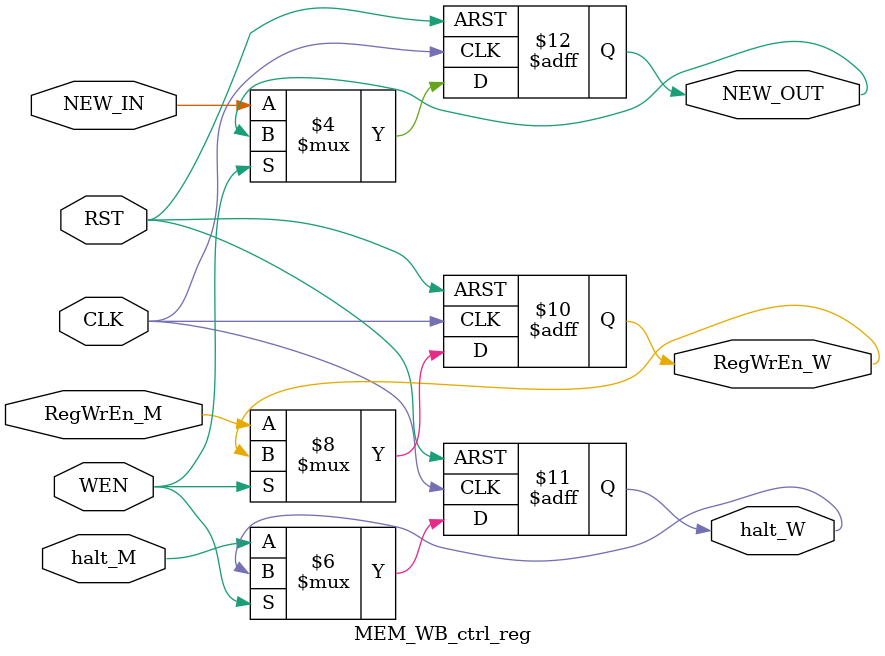
<source format=v>
`define ALU_A_REG 1'b0
`define ALU_B_IMM 1'b1
`define WB_ALU 2'b00
`define I_IMM 3'b001


module IF_ID_data_reg(WEN, CLK, RST, NEW, stall,
                        InstWord_F, InstWord_D, PC_F, PC_D,
                        PC_Plus4_F, PC_Plus4_D, nop);
    input WEN, CLK, RST;
    output reg NEW;
    input [31:0] InstWord_F;
    output reg [31:0] InstWord_D;
    input [31:0] PC_F;
    output reg [31:0] PC_D;
    input [31:0] PC_Plus4_F;
    output reg [31:0] PC_Plus4_D;

    input stall;
    input nop;

    always @ (negedge CLK or negedge RST)
        if (!RST) begin
            // set all out vals to 0
            InstWord_D <= 32'b0;
            PC_D <= 32'b0;
            PC_Plus4_D <= 32'b0;
            // if just reset, this program is NEW
            NEW <= 1'b1;
        end else if (stall) begin
            // maintain the same signal but with "stalled" output
            InstWord_D <= InstWord_D;
            PC_D <= PC_D;
            PC_Plus4_D <= PC_Plus4_D;
            NEW <= 1'b0;
        end else if (nop) begin
            // set value to nop
            InstWord_D <= 32'h13;
            PC_D <= PC_F;
            PC_Plus4_D <= PC_Plus4_F;
            // not reset, not new
            NEW <= 1'b0;
        end
        else if (!WEN) begin
            // set all out vals to in vals
            InstWord_D <= InstWord_F;
            PC_D <= PC_F;
            PC_Plus4_D <= PC_Plus4_F;
            // if not just reset, this program is not NEW
            NEW <= 1'b0;
        end
endmodule

module ID_EX_data_reg(WEN, CLK, RST, InstWord_D, InstWord_E, PC_D, PC_E, PC_Plus4_D, PC_Plus4_E, 
                        RegAData_D, RegAData_E, RegBData_D, RegBData_E, 
                        targetAddr_D, targetAddr_E,
                        Immediate_D, Immediate_E,
                        
                        Rdst_D, Rdst_E,
                        stall, nop
                        );
    input WEN, CLK, RST;
    input [31:0] InstWord_D, PC_D, PC_Plus4_D;
    output reg [31:0] InstWord_E, PC_E, PC_Plus4_E;
    input [31:0] Immediate_D;
    output reg [31:0] Immediate_E;
    input [31:0] RegAData_D, RegBData_D;
    output reg [31:0] RegAData_E, RegBData_E;
    input [4:0] Rdst_D;
    output reg [4:0] Rdst_E;
    input [31:0] targetAddr_D;
    output reg [31:0] targetAddr_E;

    input nop, stall;

    always @ (negedge CLK or negedge RST)
        if (!RST) begin
            // set all vals to 0
            InstWord_E <= 32'b0;
            PC_E <= 32'b0;
            PC_Plus4_E <= 32'b0;
            RegAData_E <= 32'b0;
            RegBData_E <= 32'b0;
            Rdst_E <= 5'b0;
            targetAddr_E <= 32'b0;
            Immediate_E <= 32'b0;

        end else if (stall) begin
            // maintain the same signal but with "stalled" output
            InstWord_E <= InstWord_E;
            PC_E <= PC_E;
            PC_Plus4_E <= PC_Plus4_E;
            RegAData_E <= RegAData_E;
            RegBData_E <= RegBData_E;
            Rdst_E <= Rdst_E;
            targetAddr_E <= targetAddr_D;
            Immediate_E <= Immediate_E;

        end else if (nop) begin
            // set value to nop
            InstWord_E <= 32'h13;
            PC_E <= PC_D;
            PC_Plus4_E <= PC_Plus4_D;
            RegAData_E <= 32'b0;
            RegBData_E <= 32'b0;
            Rdst_E <= 5'b0; 
            targetAddr_E <= 32'b0;
            Immediate_E <= 32'b0;

        end
        else if (!WEN) begin
            // write all in values to outs
            InstWord_E <= InstWord_D;
            PC_E <= PC_D;
            PC_Plus4_E <= PC_Plus4_D;
            Rdst_E <= Rdst_D;
            RegAData_E <= RegAData_D;
            RegBData_E <= RegBData_D;
            Rdst_E <= Rdst_D;
            targetAddr_E <= targetAddr_D;
            Immediate_E <= Immediate_D;
            
        end
endmodule

module ID_EX_ctrl_reg(WEN, CLK, RST, ALUsrcA_D, ALUsrcB_D, WBSel_D, ImmSel_D,
                        MemWrEn_D, RegWrEn_D, LoadType_D, MemSize_D,
                        ALUsrcA_E, ALUsrcB_E, WBSel_E, ImmSel_E,
                        MemWrEn_E, RegWrEn_E, LoadType_E, MemSize_E,
                        halt_D, halt_E, didBranch_D, didBranch_E,
                        NEW_IN, NEW_OUT,
                        nop, stall);
    input WEN, CLK, RST;
    input ALUsrcA_D, ALUsrcB_D;
    output reg ALUsrcA_E, ALUsrcB_E;
    input MemWrEn_D, RegWrEn_D;
    output reg MemWrEn_E, RegWrEn_E;
    input [1:0] WBSel_D, MemSize_D;
    output reg [1:0] WBSel_E, MemSize_E;
    input [2:0] ImmSel_D, LoadType_D;
    output reg [2:0] ImmSel_E, LoadType_E;
    input halt_D;
    output reg halt_E;
    input NEW_IN;
    output reg NEW_OUT;
    input didBranch_D;
    output reg didBranch_E;

    input nop, stall;

    always @ (negedge CLK or negedge RST)
        if(!RST) begin
            // set all vals to 0
            ALUsrcA_E <= 1'b0;
            ALUsrcB_E <= 1'b0;
            WBSel_E <= 2'b0;
            ImmSel_E <= 3'b0;
            MemWrEn_E <= 1'b1;
            RegWrEn_E <= 1'b1;
            LoadType_E <= 3'b0;
            MemSize_E <= 2'b0;
            halt_E <= 1'b0;
            didBranch_E <= 1'b0;
            // if just reset, this program is NEW
            NEW_OUT <= 1'b1;
        end
        else if (stall) begin
            // maintain the same signal but with "stalled" output
            ALUsrcA_E <= ALUsrcA_E;
            ALUsrcB_E <= ALUsrcB_E;
            WBSel_E <= WBSel_E;
            ImmSel_E <= ImmSel_E;
            MemWrEn_E <= MemWrEn_E;
            RegWrEn_E <= RegWrEn_E;
            LoadType_E <= LoadType_E;
            MemSize_E <= MemSize_E;
            halt_E <= halt_E;
            didBranch_E <= didBranch_E;
            NEW_OUT <= NEW_IN;
        end else if (nop) begin
            // set value to nop
            ALUsrcA_E <= `ALU_A_REG; // 0 cause add
            ALUsrcB_E <= `ALU_B_IMM; // imm cause addi
            WBSel_E <= `WB_ALU;
            ImmSel_E <= `I_IMM;
            MemWrEn_E <= 1'b1;
            RegWrEn_E <= 1'b1;
            LoadType_E <= LoadType_D;
            MemSize_E <= MemSize_D;
            didBranch_E <= 1'b0;
            halt_E <= 1'b0;
            // if not just reset, this program is not NEW
            NEW_OUT <= NEW_IN;
        end else if (!WEN) begin
            // write all in values to outs
            ALUsrcA_E <= ALUsrcA_D;
            ALUsrcB_E <= ALUsrcB_D;
            WBSel_E <= WBSel_D;
            ImmSel_E <= ImmSel_D;
            MemWrEn_E <= MemWrEn_D;
            RegWrEn_E <= RegWrEn_D;
            LoadType_E <= LoadType_D;
            MemSize_E <= MemSize_D;
            halt_E <= halt_D;
            didBranch_E <= didBranch_D;
            // if not just reset, this program is not NEW
            NEW_OUT <= NEW_IN;
        end
endmodule

module EX_MEM_data_reg(WEN, CLK, RST, NEW, ALUresult_E, RegBData_E, Immediate_E, PC_Plus4_E, Rdst_E, InstWord_E,
                        ALUresult_M, RegBData_M, Immediate_M, PC_Plus4_M, Rdst_M, InstWord_M);
    input WEN, CLK, RST;
    output reg NEW;
    input [31:0] ALUresult_E, RegBData_E, PC_Plus4_E, Immediate_E;
    output reg [31:0] ALUresult_M, RegBData_M, PC_Plus4_M, Immediate_M;
    input [4:0] Rdst_E;
    output reg [4:0] Rdst_M;
    input [31:0] InstWord_E;
    output reg [31:0] InstWord_M;

    always @ (negedge CLK or negedge RST)
        if (!RST) begin
            // set all vals to 0
            ALUresult_M <= 32'b0;
            RegBData_M <= 32'b0;
            PC_Plus4_M <= 32'b0;
            Rdst_M <= 5'b0;
            InstWord_M <= 32'b0;
            Immediate_M <= 32'b0;
            // if just reset, this program is NEW
            NEW <= 1'b1;
        end 
        // else if (nop) begin
        //     // set value to nop
        //     ALUresult_M <= 32'b0;
        //     RegBData_M <= 32'b0;
        //     PC_Plus4_M <= 32'b0;
        //     Rdst_M <= 5'b0;
        //     InstWord_M <= 32'h13;
        //     Immediate_M <= 32'b0;
        //     // if not just reset, this program is not NEW
        //     NEW <= 1'b0;
        // end 
        else if (!WEN) begin
            // write all in values to outs
            ALUresult_M <= ALUresult_E;
            RegBData_M <= RegBData_E;
            PC_Plus4_M <= PC_Plus4_E;
            Rdst_M <= Rdst_E;
            InstWord_M <= InstWord_E;
            Immediate_M <= Immediate_E;
            // if not just reset, this program is not NEW
            NEW <= 1'b0;
        end 
endmodule

module EX_MEM_ctrl_reg(WEN, CLK, RST, MemWrEn_E, RegWrEn_E, WBSel_E, LoadType_E, MemSize_E, 
                        MemWrEn_M, RegWrEn_M, WBSel_M, LoadType_M, MemSize_M,
                        halt_E, halt_M,
                        NEW_IN, NEW_OUT);
    input WEN, CLK, RST;
    input MemWrEn_E, RegWrEn_E;
    output reg MemWrEn_M, RegWrEn_M;
    input [1:0] WBSel_E, MemSize_E;
    output reg [1:0] WBSel_M, MemSize_M;
    input [2:0] LoadType_E;
    output reg [2:0] LoadType_M;
    input halt_E;
    output reg halt_M;
    input NEW_IN;
    output reg NEW_OUT;

    always @ (negedge CLK or negedge RST)
        if (!RST) begin
            // set all vals to 0
            MemWrEn_M <= 1'b1;
            RegWrEn_M <= 1'b1;
            WBSel_M <= 2'b0;
            LoadType_M <= 3'b0;
            MemSize_M <= 2'b0;
            halt_M <= 1'b0;
            // if just reset, this program is NEW
            NEW_OUT <= 1'b1;
        end 
        // else if (nop) begin
        //     // set value to nop
        //     MemWrEn_M <= 1'b1;
        //     RegWrEn_M <= 1'b1;
        //     WBSel_M <= 2'b0;
        //     LoadType_M <= 3'b0;
        //     MemSize_M <= 2'b0;
        //     halt_M <= 1'b0;
        //     // if not just reset, this program is not NEW
        //     NEW_OUT <= NEW_IN;
        // end
        else if (!WEN) begin
            // write all in values to outs
            MemWrEn_M <= MemWrEn_E;
            RegWrEn_M <= RegWrEn_E;
            WBSel_M <= WBSel_E;
            LoadType_M <= LoadType_E;
            MemSize_M <= MemSize_E;
            halt_M <= halt_E;
            // if not just reset, this program is not NEW
            NEW_OUT <= NEW_IN;
        end
endmodule

module MEM_WB_data_reg(WEN, CLK, RST, Rdst_Data_M, Rdst_Data_W, Rdst_M, Rdst_W);
    input WEN, CLK, RST;
    input [31:0] Rdst_Data_M;
    output reg [31:0] Rdst_Data_W;
    input [4:0] Rdst_M;
    output reg [4:0] Rdst_W;

    always @ (negedge CLK or negedge RST)
        if (!RST) begin
            // set all vals to 0
            Rdst_Data_W <= 32'b0;
            Rdst_W <= 5'b0;
        end else if (!WEN) begin
            // write all in values to outs
            Rdst_Data_W <= Rdst_Data_M;
            Rdst_W <= Rdst_M;
        end
endmodule

module MEM_WB_ctrl_reg(WEN, CLK, RST, RegWrEn_M,
                        RegWrEn_W,
                        halt_M, halt_W,
                        NEW_IN, NEW_OUT);
    input WEN, CLK, RST;
    input RegWrEn_M;
    output reg RegWrEn_W;
    input halt_M;
    output reg halt_W;
    input NEW_IN;
    output reg NEW_OUT;

    always @ (negedge CLK or negedge RST)
        if (!RST) begin
            // set all vals to 0
            RegWrEn_W <= 1'b1;
            halt_W <= 1'b0;
            // if just reset, this program is NEW
            NEW_OUT <= 1'b1;
        end else if (!WEN) begin
            // write all in values to outs
            RegWrEn_W <= RegWrEn_M;
            halt_W <= halt_M;
            // if not just reset, this program is not NEW
            NEW_OUT <= NEW_IN;
        end
endmodule
</source>
